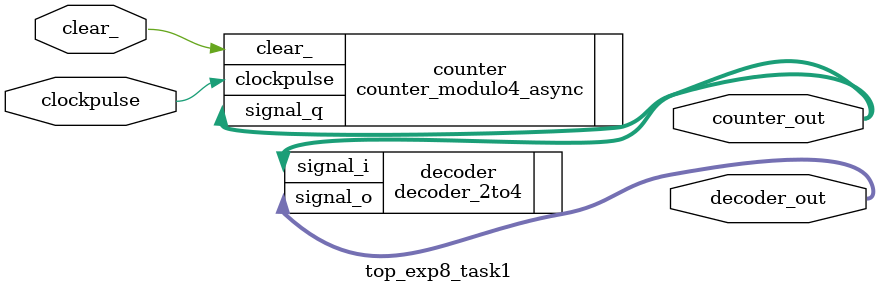
<source format=v>
module top_exp8_task1(
    input clockpulse,
    input clear_,
    output wire [1:0] counter_out,
    output wire [3:0] decoder_out
);

counter_modulo4_async counter(
    .clockpulse(clockpulse),
    .clear_(clear_),
    .signal_q(counter_out)
);

decoder_2to4 decoder(
    .signal_i(counter_out),
    .signal_o(decoder_out)
);

endmodule

</source>
